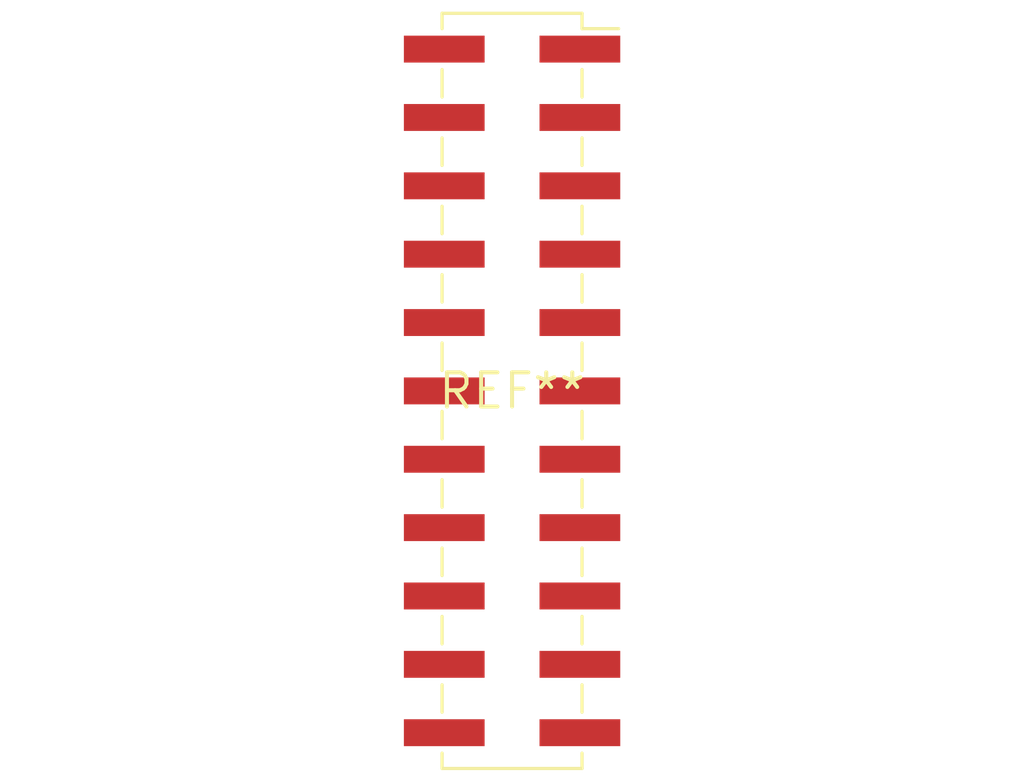
<source format=kicad_pcb>
(kicad_pcb (version 20240108) (generator pcbnew)
  (layers (0 "F.Cu" signal) (31 "B.Cu" signal) (34 "B.Paste" user) (35 "F.Paste" user) (36 "B.SilkS" user "B.Silkscreen") (37 "F.SilkS" user "F.Silkscreen") (38 "B.Mask" user) (39 "F.Mask" user) (44 "Edge.Cuts" user))
  (net 0 "")
  (footprint "PinSocket_2x11_P2.54mm_Vertical_SMD" (layer "F.Cu") (at 0 0)
    (property "Reference" "REF**")
    (property "Value" "PinSocket_2x11_P2.54mm_Vertical_SMD")
    (fp_line (start -2.6 -14.03) (end -2.6 -13.46) (layer "F.SilkS") (stroke (width 0.12)))
    (fp_line (start -2.6 -14.03) (end 2.6 -14.03) (layer "F.SilkS") (stroke (width 0.12)))
    (fp_line (start -2.6 -11.94) (end -2.6 -10.92) (layer "F.SilkS") (stroke (width 0.12)))
    (fp_line (start -2.6 -9.4) (end -2.6 -8.38) (layer "F.SilkS") (stroke (width 0.12)))
    (fp_line (start -2.6 -6.86) (end -2.6 -5.84) (layer "F.SilkS") (stroke (width 0.12)))
    (fp_line (start -2.6 -4.32) (end -2.6 -3.3) (layer "F.SilkS") (stroke (width 0.12)))
    (fp_line (start -2.6 -1.78) (end -2.6 -0.76) (layer "F.SilkS") (stroke (width 0.12)))
    (fp_line (start -2.6 0.76) (end -2.6 1.78) (layer "F.SilkS") (stroke (width 0.12)))
    (fp_line (start -2.6 3.3) (end -2.6 4.32) (layer "F.SilkS") (stroke (width 0.12)))
    (fp_line (start -2.6 5.84) (end -2.6 6.86) (layer "F.SilkS") (stroke (width 0.12)))
    (fp_line (start -2.6 8.38) (end -2.6 9.4) (layer "F.SilkS") (stroke (width 0.12)))
    (fp_line (start -2.6 10.92) (end -2.6 11.94) (layer "F.SilkS") (stroke (width 0.12)))
    (fp_line (start -2.6 13.46) (end -2.6 14.03) (layer "F.SilkS") (stroke (width 0.12)))
    (fp_line (start -2.6 14.03) (end 2.6 14.03) (layer "F.SilkS") (stroke (width 0.12)))
    (fp_line (start 2.6 -14.03) (end 2.6 -13.46) (layer "F.SilkS") (stroke (width 0.12)))
    (fp_line (start 2.6 -13.46) (end 3.96 -13.46) (layer "F.SilkS") (stroke (width 0.12)))
    (fp_line (start 2.6 -11.94) (end 2.6 -10.92) (layer "F.SilkS") (stroke (width 0.12)))
    (fp_line (start 2.6 -9.4) (end 2.6 -8.38) (layer "F.SilkS") (stroke (width 0.12)))
    (fp_line (start 2.6 -6.86) (end 2.6 -5.84) (layer "F.SilkS") (stroke (width 0.12)))
    (fp_line (start 2.6 -4.32) (end 2.6 -3.3) (layer "F.SilkS") (stroke (width 0.12)))
    (fp_line (start 2.6 -1.78) (end 2.6 -0.76) (layer "F.SilkS") (stroke (width 0.12)))
    (fp_line (start 2.6 0.76) (end 2.6 1.78) (layer "F.SilkS") (stroke (width 0.12)))
    (fp_line (start 2.6 3.3) (end 2.6 4.32) (layer "F.SilkS") (stroke (width 0.12)))
    (fp_line (start 2.6 5.84) (end 2.6 6.86) (layer "F.SilkS") (stroke (width 0.12)))
    (fp_line (start 2.6 8.38) (end 2.6 9.4) (layer "F.SilkS") (stroke (width 0.12)))
    (fp_line (start 2.6 10.92) (end 2.6 11.94) (layer "F.SilkS") (stroke (width 0.12)))
    (fp_line (start 2.6 13.46) (end 2.6 14.03) (layer "F.SilkS") (stroke (width 0.12)))
    (pad "1" smd rect (at 2.52 -12.7) (size 3 1) (layers "F.Cu" "F.Paste" "F.Mask"))
    (pad "2" smd rect (at -2.52 -12.7) (size 3 1) (layers "F.Cu" "F.Paste" "F.Mask"))
    (pad "3" smd rect (at 2.52 -10.16) (size 3 1) (layers "F.Cu" "F.Paste" "F.Mask"))
    (pad "4" smd rect (at -2.52 -10.16) (size 3 1) (layers "F.Cu" "F.Paste" "F.Mask"))
    (pad "5" smd rect (at 2.52 -7.62) (size 3 1) (layers "F.Cu" "F.Paste" "F.Mask"))
    (pad "6" smd rect (at -2.52 -7.62) (size 3 1) (layers "F.Cu" "F.Paste" "F.Mask"))
    (pad "7" smd rect (at 2.52 -5.08) (size 3 1) (layers "F.Cu" "F.Paste" "F.Mask"))
    (pad "8" smd rect (at -2.52 -5.08) (size 3 1) (layers "F.Cu" "F.Paste" "F.Mask"))
    (pad "9" smd rect (at 2.52 -2.54) (size 3 1) (layers "F.Cu" "F.Paste" "F.Mask"))
    (pad "10" smd rect (at -2.52 -2.54) (size 3 1) (layers "F.Cu" "F.Paste" "F.Mask"))
    (pad "11" smd rect (at 2.52 0) (size 3 1) (layers "F.Cu" "F.Paste" "F.Mask"))
    (pad "12" smd rect (at -2.52 0) (size 3 1) (layers "F.Cu" "F.Paste" "F.Mask"))
    (pad "13" smd rect (at 2.52 2.54) (size 3 1) (layers "F.Cu" "F.Paste" "F.Mask"))
    (pad "14" smd rect (at -2.52 2.54) (size 3 1) (layers "F.Cu" "F.Paste" "F.Mask"))
    (pad "15" smd rect (at 2.52 5.08) (size 3 1) (layers "F.Cu" "F.Paste" "F.Mask"))
    (pad "16" smd rect (at -2.52 5.08) (size 3 1) (layers "F.Cu" "F.Paste" "F.Mask"))
    (pad "17" smd rect (at 2.52 7.62) (size 3 1) (layers "F.Cu" "F.Paste" "F.Mask"))
    (pad "18" smd rect (at -2.52 7.62) (size 3 1) (layers "F.Cu" "F.Paste" "F.Mask"))
    (pad "19" smd rect (at 2.52 10.16) (size 3 1) (layers "F.Cu" "F.Paste" "F.Mask"))
    (pad "20" smd rect (at -2.52 10.16) (size 3 1) (layers "F.Cu" "F.Paste" "F.Mask"))
    (pad "21" smd rect (at 2.52 12.7) (size 3 1) (layers "F.Cu" "F.Paste" "F.Mask"))
    (pad "22" smd rect (at -2.52 12.7) (size 3 1) (layers "F.Cu" "F.Paste" "F.Mask"))
  )
)
</source>
